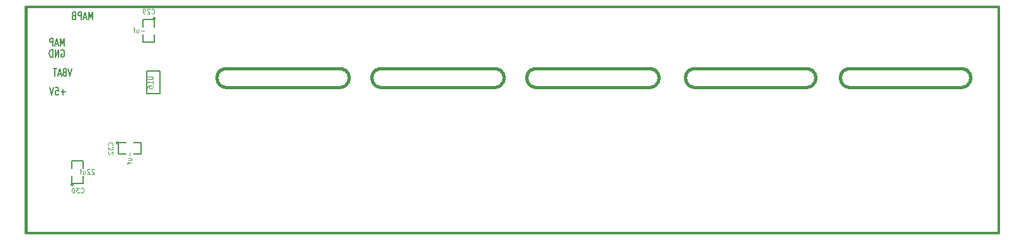
<source format=gbo>
G04 (created by PCBNEW-RS274X (20100406 SVN-R2508)-final) date 6/3/2010 9:57:38 PM*
G01*
G70*
G90*
%MOIN*%
G04 Gerber Fmt 3.4, Leading zero omitted, Abs format*
%FSLAX34Y34*%
G04 APERTURE LIST*
%ADD10C,0.006000*%
%ADD11C,0.012000*%
%ADD12C,0.015000*%
%ADD13C,0.005000*%
%ADD14C,0.004200*%
G04 APERTURE END LIST*
G54D10*
G54D11*
X72500Y-43250D02*
X21000Y-43250D01*
X72500Y-55250D02*
X72500Y-43250D01*
X21000Y-55250D02*
X72500Y-55250D01*
G54D12*
X70500Y-47500D02*
X70543Y-47498D01*
X70586Y-47492D01*
X70629Y-47482D01*
X70671Y-47469D01*
X70711Y-47453D01*
X70750Y-47433D01*
X70786Y-47409D01*
X70821Y-47383D01*
X70853Y-47353D01*
X70883Y-47321D01*
X70909Y-47286D01*
X70933Y-47249D01*
X70953Y-47211D01*
X70969Y-47171D01*
X70982Y-47129D01*
X70992Y-47086D01*
X70998Y-47043D01*
X71000Y-47000D01*
X71000Y-47000D02*
X70998Y-46957D01*
X70992Y-46914D01*
X70982Y-46871D01*
X70969Y-46829D01*
X70953Y-46789D01*
X70933Y-46751D01*
X70909Y-46714D01*
X70883Y-46679D01*
X70853Y-46647D01*
X70821Y-46617D01*
X70786Y-46591D01*
X70750Y-46567D01*
X70711Y-46547D01*
X70671Y-46531D01*
X70629Y-46518D01*
X70586Y-46508D01*
X70543Y-46502D01*
X70500Y-46500D01*
X64600Y-47500D02*
X70500Y-47500D01*
X70500Y-46500D02*
X64600Y-46500D01*
X21000Y-55200D02*
X21000Y-55000D01*
X54000Y-47500D02*
X48000Y-47500D01*
X31600Y-46500D02*
X31557Y-46502D01*
X31514Y-46508D01*
X31471Y-46518D01*
X31429Y-46531D01*
X31389Y-46547D01*
X31351Y-46567D01*
X31314Y-46591D01*
X31279Y-46617D01*
X31247Y-46647D01*
X31217Y-46679D01*
X31191Y-46714D01*
X31167Y-46751D01*
X31147Y-46789D01*
X31131Y-46829D01*
X31118Y-46871D01*
X31108Y-46914D01*
X31102Y-46957D01*
X31100Y-47000D01*
X31100Y-47000D02*
X31102Y-47043D01*
X31108Y-47086D01*
X31118Y-47129D01*
X31131Y-47171D01*
X31147Y-47211D01*
X31167Y-47249D01*
X31191Y-47286D01*
X31217Y-47321D01*
X31247Y-47353D01*
X31279Y-47383D01*
X31314Y-47409D01*
X31351Y-47433D01*
X31389Y-47453D01*
X31429Y-47469D01*
X31471Y-47482D01*
X31514Y-47492D01*
X31557Y-47498D01*
X31600Y-47500D01*
X37600Y-47500D02*
X37643Y-47498D01*
X37686Y-47492D01*
X37729Y-47482D01*
X37771Y-47469D01*
X37811Y-47453D01*
X37850Y-47433D01*
X37886Y-47409D01*
X37921Y-47383D01*
X37953Y-47353D01*
X37983Y-47321D01*
X38009Y-47286D01*
X38033Y-47249D01*
X38053Y-47211D01*
X38069Y-47171D01*
X38082Y-47129D01*
X38092Y-47086D01*
X38098Y-47043D01*
X38100Y-47000D01*
X38100Y-47000D02*
X38098Y-46957D01*
X38092Y-46914D01*
X38082Y-46871D01*
X38069Y-46829D01*
X38053Y-46789D01*
X38033Y-46751D01*
X38009Y-46714D01*
X37983Y-46679D01*
X37953Y-46647D01*
X37921Y-46617D01*
X37886Y-46591D01*
X37850Y-46567D01*
X37811Y-46547D01*
X37771Y-46531D01*
X37729Y-46518D01*
X37686Y-46508D01*
X37643Y-46502D01*
X37600Y-46500D01*
X39800Y-46500D02*
X39757Y-46502D01*
X39714Y-46508D01*
X39671Y-46518D01*
X39629Y-46531D01*
X39589Y-46547D01*
X39551Y-46567D01*
X39514Y-46591D01*
X39479Y-46617D01*
X39447Y-46647D01*
X39417Y-46679D01*
X39391Y-46714D01*
X39367Y-46751D01*
X39347Y-46789D01*
X39331Y-46829D01*
X39318Y-46871D01*
X39308Y-46914D01*
X39302Y-46957D01*
X39300Y-47000D01*
X39300Y-47000D02*
X39302Y-47043D01*
X39308Y-47086D01*
X39318Y-47129D01*
X39331Y-47171D01*
X39347Y-47211D01*
X39367Y-47249D01*
X39391Y-47286D01*
X39417Y-47321D01*
X39447Y-47353D01*
X39479Y-47383D01*
X39514Y-47409D01*
X39551Y-47433D01*
X39589Y-47453D01*
X39629Y-47469D01*
X39671Y-47482D01*
X39714Y-47492D01*
X39757Y-47498D01*
X39800Y-47500D01*
X45800Y-47500D02*
X45843Y-47498D01*
X45886Y-47492D01*
X45929Y-47482D01*
X45971Y-47469D01*
X46011Y-47453D01*
X46050Y-47433D01*
X46086Y-47409D01*
X46121Y-47383D01*
X46153Y-47353D01*
X46183Y-47321D01*
X46209Y-47286D01*
X46233Y-47249D01*
X46253Y-47211D01*
X46269Y-47171D01*
X46282Y-47129D01*
X46292Y-47086D01*
X46298Y-47043D01*
X46300Y-47000D01*
X46300Y-47000D02*
X46298Y-46957D01*
X46292Y-46914D01*
X46282Y-46871D01*
X46269Y-46829D01*
X46253Y-46789D01*
X46233Y-46751D01*
X46209Y-46714D01*
X46183Y-46679D01*
X46153Y-46647D01*
X46121Y-46617D01*
X46086Y-46591D01*
X46050Y-46567D01*
X46011Y-46547D01*
X45971Y-46531D01*
X45929Y-46518D01*
X45886Y-46508D01*
X45843Y-46502D01*
X45800Y-46500D01*
X48000Y-46500D02*
X47957Y-46502D01*
X47914Y-46508D01*
X47871Y-46518D01*
X47829Y-46531D01*
X47789Y-46547D01*
X47751Y-46567D01*
X47714Y-46591D01*
X47679Y-46617D01*
X47647Y-46647D01*
X47617Y-46679D01*
X47591Y-46714D01*
X47567Y-46751D01*
X47547Y-46789D01*
X47531Y-46829D01*
X47518Y-46871D01*
X47508Y-46914D01*
X47502Y-46957D01*
X47500Y-47000D01*
X47500Y-47000D02*
X47502Y-47043D01*
X47508Y-47086D01*
X47518Y-47129D01*
X47531Y-47171D01*
X47547Y-47211D01*
X47567Y-47249D01*
X47591Y-47286D01*
X47617Y-47321D01*
X47647Y-47353D01*
X47679Y-47383D01*
X47714Y-47409D01*
X47751Y-47433D01*
X47789Y-47453D01*
X47829Y-47469D01*
X47871Y-47482D01*
X47914Y-47492D01*
X47957Y-47498D01*
X48000Y-47500D01*
X54000Y-47500D02*
X54043Y-47498D01*
X54086Y-47492D01*
X54129Y-47482D01*
X54171Y-47469D01*
X54211Y-47453D01*
X54250Y-47433D01*
X54286Y-47409D01*
X54321Y-47383D01*
X54353Y-47353D01*
X54383Y-47321D01*
X54409Y-47286D01*
X54433Y-47249D01*
X54453Y-47211D01*
X54469Y-47171D01*
X54482Y-47129D01*
X54492Y-47086D01*
X54498Y-47043D01*
X54500Y-47000D01*
X54500Y-47000D02*
X54498Y-46957D01*
X54492Y-46914D01*
X54482Y-46871D01*
X54469Y-46829D01*
X54453Y-46789D01*
X54433Y-46751D01*
X54409Y-46714D01*
X54383Y-46679D01*
X54353Y-46647D01*
X54321Y-46617D01*
X54286Y-46591D01*
X54250Y-46567D01*
X54211Y-46547D01*
X54171Y-46531D01*
X54129Y-46518D01*
X54086Y-46508D01*
X54043Y-46502D01*
X54000Y-46500D01*
X55900Y-47000D02*
X55902Y-47043D01*
X55908Y-47086D01*
X55918Y-47129D01*
X55931Y-47171D01*
X55947Y-47211D01*
X55967Y-47249D01*
X55991Y-47286D01*
X56017Y-47321D01*
X56047Y-47353D01*
X56079Y-47383D01*
X56114Y-47409D01*
X56151Y-47433D01*
X56189Y-47453D01*
X56229Y-47469D01*
X56271Y-47482D01*
X56314Y-47492D01*
X56357Y-47498D01*
X56400Y-47500D01*
X56400Y-46500D02*
X56357Y-46502D01*
X56314Y-46508D01*
X56271Y-46518D01*
X56229Y-46531D01*
X56189Y-46547D01*
X56151Y-46567D01*
X56114Y-46591D01*
X56079Y-46617D01*
X56047Y-46647D01*
X56017Y-46679D01*
X55991Y-46714D01*
X55967Y-46751D01*
X55947Y-46789D01*
X55931Y-46829D01*
X55918Y-46871D01*
X55908Y-46914D01*
X55902Y-46957D01*
X55900Y-47000D01*
X62300Y-47500D02*
X62343Y-47498D01*
X62386Y-47492D01*
X62429Y-47482D01*
X62471Y-47469D01*
X62511Y-47453D01*
X62550Y-47433D01*
X62586Y-47409D01*
X62621Y-47383D01*
X62653Y-47353D01*
X62683Y-47321D01*
X62709Y-47286D01*
X62733Y-47249D01*
X62753Y-47211D01*
X62769Y-47171D01*
X62782Y-47129D01*
X62792Y-47086D01*
X62798Y-47043D01*
X62800Y-47000D01*
X62800Y-47000D02*
X62798Y-46957D01*
X62792Y-46914D01*
X62782Y-46871D01*
X62769Y-46829D01*
X62753Y-46789D01*
X62733Y-46751D01*
X62709Y-46714D01*
X62683Y-46679D01*
X62653Y-46647D01*
X62621Y-46617D01*
X62586Y-46591D01*
X62550Y-46567D01*
X62511Y-46547D01*
X62471Y-46531D01*
X62429Y-46518D01*
X62386Y-46508D01*
X62343Y-46502D01*
X62300Y-46500D01*
X31600Y-47500D02*
X37600Y-47500D01*
X37600Y-46500D02*
X31600Y-46500D01*
X39800Y-47500D02*
X45800Y-47500D01*
X45800Y-46500D02*
X39800Y-46500D01*
X54000Y-46500D02*
X48000Y-46500D01*
X56400Y-46500D02*
X62300Y-46500D01*
X62300Y-47500D02*
X56400Y-47500D01*
X64100Y-47000D02*
X64102Y-47043D01*
X64108Y-47086D01*
X64118Y-47129D01*
X64131Y-47171D01*
X64147Y-47211D01*
X64167Y-47249D01*
X64191Y-47286D01*
X64217Y-47321D01*
X64247Y-47353D01*
X64279Y-47383D01*
X64314Y-47409D01*
X64351Y-47433D01*
X64389Y-47453D01*
X64429Y-47469D01*
X64471Y-47482D01*
X64514Y-47492D01*
X64557Y-47498D01*
X64600Y-47500D01*
X64600Y-46500D02*
X64557Y-46502D01*
X64514Y-46508D01*
X64471Y-46518D01*
X64429Y-46531D01*
X64389Y-46547D01*
X64351Y-46567D01*
X64314Y-46591D01*
X64279Y-46617D01*
X64247Y-46647D01*
X64217Y-46679D01*
X64191Y-46714D01*
X64167Y-46751D01*
X64147Y-46789D01*
X64131Y-46829D01*
X64118Y-46871D01*
X64108Y-46914D01*
X64102Y-46957D01*
X64100Y-47000D01*
G54D13*
X23086Y-47760D02*
X22857Y-47760D01*
X22971Y-47912D02*
X22971Y-47607D01*
X22572Y-47512D02*
X22715Y-47512D01*
X22729Y-47702D01*
X22715Y-47683D01*
X22686Y-47664D01*
X22615Y-47664D01*
X22586Y-47683D01*
X22572Y-47702D01*
X22557Y-47740D01*
X22557Y-47836D01*
X22572Y-47874D01*
X22586Y-47893D01*
X22615Y-47912D01*
X22686Y-47912D01*
X22715Y-47893D01*
X22729Y-47874D01*
X22471Y-47512D02*
X22371Y-47912D01*
X22271Y-47512D01*
X23442Y-46512D02*
X23342Y-46912D01*
X23242Y-46512D01*
X23043Y-46702D02*
X23000Y-46721D01*
X22985Y-46740D01*
X22971Y-46779D01*
X22971Y-46836D01*
X22985Y-46874D01*
X23000Y-46893D01*
X23028Y-46912D01*
X23143Y-46912D01*
X23143Y-46512D01*
X23043Y-46512D01*
X23014Y-46531D01*
X23000Y-46550D01*
X22985Y-46588D01*
X22985Y-46626D01*
X23000Y-46664D01*
X23014Y-46683D01*
X23043Y-46702D01*
X23143Y-46702D01*
X22857Y-46798D02*
X22714Y-46798D01*
X22885Y-46912D02*
X22785Y-46512D01*
X22685Y-46912D01*
X22628Y-46512D02*
X22457Y-46512D01*
X22543Y-46912D02*
X22543Y-46512D01*
X22878Y-45531D02*
X22907Y-45512D01*
X22950Y-45512D01*
X22993Y-45531D01*
X23021Y-45569D01*
X23036Y-45607D01*
X23050Y-45683D01*
X23050Y-45740D01*
X23036Y-45817D01*
X23021Y-45855D01*
X22993Y-45893D01*
X22950Y-45912D01*
X22921Y-45912D01*
X22878Y-45893D01*
X22864Y-45874D01*
X22864Y-45740D01*
X22921Y-45740D01*
X22736Y-45912D02*
X22736Y-45512D01*
X22564Y-45912D01*
X22564Y-45512D01*
X22422Y-45912D02*
X22422Y-45512D01*
X22350Y-45512D01*
X22307Y-45531D01*
X22279Y-45569D01*
X22264Y-45607D01*
X22250Y-45683D01*
X22250Y-45740D01*
X22264Y-45817D01*
X22279Y-45855D01*
X22307Y-45893D01*
X22350Y-45912D01*
X22422Y-45912D01*
X23029Y-45312D02*
X23029Y-44912D01*
X22929Y-45198D01*
X22829Y-44912D01*
X22829Y-45312D01*
X22700Y-45198D02*
X22557Y-45198D01*
X22728Y-45312D02*
X22628Y-44912D01*
X22528Y-45312D01*
X22429Y-45312D02*
X22429Y-44912D01*
X22314Y-44912D01*
X22286Y-44931D01*
X22271Y-44950D01*
X22257Y-44988D01*
X22257Y-45045D01*
X22271Y-45083D01*
X22286Y-45102D01*
X22314Y-45121D01*
X22429Y-45121D01*
X24529Y-43912D02*
X24529Y-43512D01*
X24429Y-43798D01*
X24329Y-43512D01*
X24329Y-43912D01*
X24200Y-43798D02*
X24057Y-43798D01*
X24228Y-43912D02*
X24128Y-43512D01*
X24028Y-43912D01*
X23929Y-43912D02*
X23929Y-43512D01*
X23814Y-43512D01*
X23786Y-43531D01*
X23771Y-43550D01*
X23757Y-43588D01*
X23757Y-43645D01*
X23771Y-43683D01*
X23786Y-43702D01*
X23814Y-43721D01*
X23929Y-43721D01*
X23529Y-43702D02*
X23486Y-43721D01*
X23471Y-43740D01*
X23457Y-43779D01*
X23457Y-43836D01*
X23471Y-43874D01*
X23486Y-43893D01*
X23514Y-43912D01*
X23629Y-43912D01*
X23629Y-43512D01*
X23529Y-43512D01*
X23500Y-43531D01*
X23486Y-43550D01*
X23471Y-43588D01*
X23471Y-43626D01*
X23486Y-43664D01*
X23500Y-43683D01*
X23529Y-43702D01*
X23629Y-43702D01*
G54D12*
X21000Y-43250D02*
X21000Y-55000D01*
G54D13*
X27400Y-47850D02*
X28100Y-47850D01*
X28100Y-47850D02*
X28100Y-46650D01*
X28100Y-46650D02*
X27400Y-46650D01*
X27400Y-46650D02*
X27400Y-47850D01*
X23500Y-52650D02*
X23499Y-52659D01*
X23496Y-52669D01*
X23491Y-52677D01*
X23485Y-52685D01*
X23477Y-52691D01*
X23469Y-52696D01*
X23460Y-52698D01*
X23450Y-52699D01*
X23441Y-52699D01*
X23432Y-52696D01*
X23423Y-52691D01*
X23416Y-52685D01*
X23409Y-52678D01*
X23405Y-52669D01*
X23402Y-52660D01*
X23401Y-52650D01*
X23401Y-52641D01*
X23404Y-52632D01*
X23408Y-52623D01*
X23415Y-52616D01*
X23422Y-52609D01*
X23430Y-52605D01*
X23440Y-52602D01*
X23449Y-52601D01*
X23458Y-52601D01*
X23468Y-52604D01*
X23476Y-52608D01*
X23484Y-52614D01*
X23490Y-52622D01*
X23495Y-52630D01*
X23498Y-52639D01*
X23499Y-52649D01*
X23500Y-52650D01*
X23450Y-52200D02*
X23450Y-52600D01*
X23450Y-52600D02*
X24050Y-52600D01*
X24050Y-52600D02*
X24050Y-52200D01*
X24050Y-51800D02*
X24050Y-51400D01*
X24050Y-51400D02*
X23450Y-51400D01*
X23450Y-51400D02*
X23450Y-51800D01*
X25900Y-50450D02*
X25899Y-50459D01*
X25896Y-50469D01*
X25891Y-50477D01*
X25885Y-50485D01*
X25877Y-50491D01*
X25869Y-50496D01*
X25860Y-50498D01*
X25850Y-50499D01*
X25841Y-50499D01*
X25832Y-50496D01*
X25823Y-50491D01*
X25816Y-50485D01*
X25809Y-50478D01*
X25805Y-50469D01*
X25802Y-50460D01*
X25801Y-50450D01*
X25801Y-50441D01*
X25804Y-50432D01*
X25808Y-50423D01*
X25815Y-50416D01*
X25822Y-50409D01*
X25830Y-50405D01*
X25840Y-50402D01*
X25849Y-50401D01*
X25858Y-50401D01*
X25868Y-50404D01*
X25876Y-50408D01*
X25884Y-50414D01*
X25890Y-50422D01*
X25895Y-50430D01*
X25898Y-50439D01*
X25899Y-50449D01*
X25900Y-50450D01*
X26300Y-50450D02*
X25900Y-50450D01*
X25900Y-50450D02*
X25900Y-51050D01*
X25900Y-51050D02*
X26300Y-51050D01*
X26700Y-51050D02*
X27100Y-51050D01*
X27100Y-51050D02*
X27100Y-50450D01*
X27100Y-50450D02*
X26700Y-50450D01*
X27850Y-43850D02*
X27849Y-43859D01*
X27846Y-43869D01*
X27841Y-43877D01*
X27835Y-43885D01*
X27827Y-43891D01*
X27819Y-43896D01*
X27810Y-43898D01*
X27800Y-43899D01*
X27791Y-43899D01*
X27782Y-43896D01*
X27773Y-43891D01*
X27766Y-43885D01*
X27759Y-43878D01*
X27755Y-43869D01*
X27752Y-43860D01*
X27751Y-43850D01*
X27751Y-43841D01*
X27754Y-43832D01*
X27758Y-43823D01*
X27765Y-43816D01*
X27772Y-43809D01*
X27780Y-43805D01*
X27790Y-43802D01*
X27799Y-43801D01*
X27808Y-43801D01*
X27818Y-43804D01*
X27826Y-43808D01*
X27834Y-43814D01*
X27840Y-43822D01*
X27845Y-43830D01*
X27848Y-43839D01*
X27849Y-43849D01*
X27850Y-43850D01*
X27800Y-44300D02*
X27800Y-43900D01*
X27800Y-43900D02*
X27200Y-43900D01*
X27200Y-43900D02*
X27200Y-44300D01*
X27200Y-44700D02*
X27200Y-45100D01*
X27200Y-45100D02*
X27800Y-45100D01*
X27800Y-45100D02*
X27800Y-44700D01*
G54D14*
X27421Y-46941D02*
X27664Y-46941D01*
X27693Y-46952D01*
X27707Y-46964D01*
X27721Y-46988D01*
X27721Y-47036D01*
X27707Y-47060D01*
X27693Y-47071D01*
X27664Y-47083D01*
X27421Y-47083D01*
X27721Y-47333D02*
X27721Y-47191D01*
X27721Y-47262D02*
X27421Y-47262D01*
X27464Y-47238D01*
X27493Y-47214D01*
X27507Y-47191D01*
X27421Y-47548D02*
X27421Y-47500D01*
X27436Y-47476D01*
X27450Y-47464D01*
X27493Y-47441D01*
X27550Y-47429D01*
X27664Y-47429D01*
X27693Y-47441D01*
X27707Y-47452D01*
X27721Y-47476D01*
X27721Y-47524D01*
X27707Y-47548D01*
X27693Y-47560D01*
X27664Y-47571D01*
X27593Y-47571D01*
X27564Y-47560D01*
X27550Y-47548D01*
X27536Y-47524D01*
X27536Y-47476D01*
X27550Y-47452D01*
X27564Y-47441D01*
X27593Y-47429D01*
X23911Y-53077D02*
X23923Y-53089D01*
X23958Y-53101D01*
X23982Y-53101D01*
X24018Y-53089D01*
X24042Y-53065D01*
X24053Y-53042D01*
X24065Y-52994D01*
X24065Y-52958D01*
X24053Y-52911D01*
X24042Y-52887D01*
X24018Y-52863D01*
X23982Y-52851D01*
X23958Y-52851D01*
X23923Y-52863D01*
X23911Y-52875D01*
X23827Y-52851D02*
X23673Y-52851D01*
X23756Y-52946D01*
X23720Y-52946D01*
X23696Y-52958D01*
X23684Y-52970D01*
X23673Y-52994D01*
X23673Y-53054D01*
X23684Y-53077D01*
X23696Y-53089D01*
X23720Y-53101D01*
X23792Y-53101D01*
X23815Y-53089D01*
X23827Y-53077D01*
X23518Y-52851D02*
X23494Y-52851D01*
X23470Y-52863D01*
X23458Y-52875D01*
X23446Y-52899D01*
X23435Y-52946D01*
X23435Y-53006D01*
X23446Y-53054D01*
X23458Y-53077D01*
X23470Y-53089D01*
X23494Y-53101D01*
X23518Y-53101D01*
X23542Y-53089D01*
X23554Y-53077D01*
X23565Y-53054D01*
X23577Y-53006D01*
X23577Y-52946D01*
X23565Y-52899D01*
X23554Y-52875D01*
X23542Y-52863D01*
X23518Y-52851D01*
X24624Y-51875D02*
X24612Y-51863D01*
X24589Y-51851D01*
X24529Y-51851D01*
X24505Y-51863D01*
X24493Y-51875D01*
X24482Y-51899D01*
X24482Y-51923D01*
X24493Y-51958D01*
X24636Y-52101D01*
X24482Y-52101D01*
X24386Y-51875D02*
X24374Y-51863D01*
X24351Y-51851D01*
X24291Y-51851D01*
X24267Y-51863D01*
X24255Y-51875D01*
X24244Y-51899D01*
X24244Y-51923D01*
X24255Y-51958D01*
X24398Y-52101D01*
X24244Y-52101D01*
X24029Y-51935D02*
X24029Y-52101D01*
X24136Y-51935D02*
X24136Y-52065D01*
X24125Y-52089D01*
X24101Y-52101D01*
X24065Y-52101D01*
X24041Y-52089D01*
X24029Y-52077D01*
X23946Y-51935D02*
X23851Y-51935D01*
X23910Y-52101D02*
X23910Y-51887D01*
X23899Y-51863D01*
X23875Y-51851D01*
X23851Y-51851D01*
X25577Y-50589D02*
X25589Y-50577D01*
X25601Y-50542D01*
X25601Y-50518D01*
X25589Y-50482D01*
X25565Y-50458D01*
X25542Y-50447D01*
X25494Y-50435D01*
X25458Y-50435D01*
X25411Y-50447D01*
X25387Y-50458D01*
X25363Y-50482D01*
X25351Y-50518D01*
X25351Y-50542D01*
X25363Y-50577D01*
X25375Y-50589D01*
X25351Y-50673D02*
X25351Y-50827D01*
X25446Y-50744D01*
X25446Y-50780D01*
X25458Y-50804D01*
X25470Y-50816D01*
X25494Y-50827D01*
X25554Y-50827D01*
X25577Y-50816D01*
X25589Y-50804D01*
X25601Y-50780D01*
X25601Y-50708D01*
X25589Y-50685D01*
X25577Y-50673D01*
X25375Y-50923D02*
X25363Y-50935D01*
X25351Y-50958D01*
X25351Y-51018D01*
X25363Y-51042D01*
X25375Y-51054D01*
X25399Y-51065D01*
X25423Y-51065D01*
X25458Y-51054D01*
X25601Y-50911D01*
X25601Y-51065D01*
X26506Y-50971D02*
X26506Y-51161D01*
X26435Y-51388D02*
X26601Y-51388D01*
X26435Y-51281D02*
X26565Y-51281D01*
X26589Y-51292D01*
X26601Y-51316D01*
X26601Y-51352D01*
X26589Y-51376D01*
X26577Y-51388D01*
X26435Y-51471D02*
X26435Y-51566D01*
X26601Y-51507D02*
X26387Y-51507D01*
X26363Y-51518D01*
X26351Y-51542D01*
X26351Y-51566D01*
X27661Y-43577D02*
X27673Y-43589D01*
X27708Y-43601D01*
X27732Y-43601D01*
X27768Y-43589D01*
X27792Y-43565D01*
X27803Y-43542D01*
X27815Y-43494D01*
X27815Y-43458D01*
X27803Y-43411D01*
X27792Y-43387D01*
X27768Y-43363D01*
X27732Y-43351D01*
X27708Y-43351D01*
X27673Y-43363D01*
X27661Y-43375D01*
X27565Y-43375D02*
X27553Y-43363D01*
X27530Y-43351D01*
X27470Y-43351D01*
X27446Y-43363D01*
X27434Y-43375D01*
X27423Y-43399D01*
X27423Y-43423D01*
X27434Y-43458D01*
X27577Y-43601D01*
X27423Y-43601D01*
X27304Y-43601D02*
X27256Y-43601D01*
X27232Y-43589D01*
X27220Y-43577D01*
X27196Y-43542D01*
X27185Y-43494D01*
X27185Y-43399D01*
X27196Y-43375D01*
X27208Y-43363D01*
X27232Y-43351D01*
X27280Y-43351D01*
X27304Y-43363D01*
X27315Y-43375D01*
X27327Y-43399D01*
X27327Y-43458D01*
X27315Y-43482D01*
X27304Y-43494D01*
X27280Y-43506D01*
X27232Y-43506D01*
X27208Y-43494D01*
X27196Y-43482D01*
X27185Y-43458D01*
X27279Y-44506D02*
X27089Y-44506D01*
X26862Y-44435D02*
X26862Y-44601D01*
X26969Y-44435D02*
X26969Y-44565D01*
X26958Y-44589D01*
X26934Y-44601D01*
X26898Y-44601D01*
X26874Y-44589D01*
X26862Y-44577D01*
X26779Y-44435D02*
X26684Y-44435D01*
X26743Y-44601D02*
X26743Y-44387D01*
X26732Y-44363D01*
X26708Y-44351D01*
X26684Y-44351D01*
M02*

</source>
